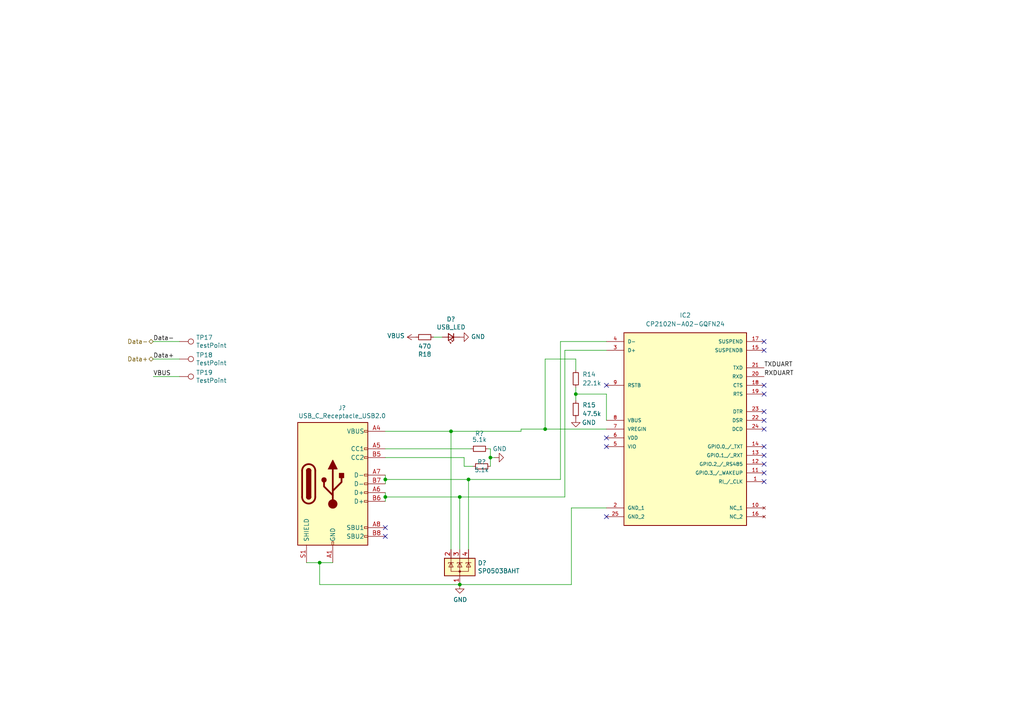
<source format=kicad_sch>
(kicad_sch (version 20211123) (generator eeschema)

  (uuid 922058ca-d09a-45fd-8394-05f3e2c1e03a)

  (paper "A4")

  (lib_symbols
    (symbol "Connector:TestPoint" (pin_numbers hide) (pin_names (offset 0.762) hide) (in_bom yes) (on_board yes)
      (property "Reference" "TP" (id 0) (at 0 6.858 0)
        (effects (font (size 1.27 1.27)))
      )
      (property "Value" "TestPoint" (id 1) (at 0 5.08 0)
        (effects (font (size 1.27 1.27)))
      )
      (property "Footprint" "" (id 2) (at 5.08 0 0)
        (effects (font (size 1.27 1.27)) hide)
      )
      (property "Datasheet" "~" (id 3) (at 5.08 0 0)
        (effects (font (size 1.27 1.27)) hide)
      )
      (property "ki_keywords" "test point tp" (id 4) (at 0 0 0)
        (effects (font (size 1.27 1.27)) hide)
      )
      (property "ki_description" "test point" (id 5) (at 0 0 0)
        (effects (font (size 1.27 1.27)) hide)
      )
      (property "ki_fp_filters" "Pin* Test*" (id 6) (at 0 0 0)
        (effects (font (size 1.27 1.27)) hide)
      )
      (symbol "TestPoint_0_1"
        (circle (center 0 3.302) (radius 0.762)
          (stroke (width 0) (type default) (color 0 0 0 0))
          (fill (type none))
        )
      )
      (symbol "TestPoint_1_1"
        (pin passive line (at 0 0 90) (length 2.54)
          (name "1" (effects (font (size 1.27 1.27))))
          (number "1" (effects (font (size 1.27 1.27))))
        )
      )
    )
    (symbol "Connector:USB_C_Receptacle_USB2.0" (pin_names (offset 1.016)) (in_bom yes) (on_board yes)
      (property "Reference" "J" (id 0) (at -10.16 19.05 0)
        (effects (font (size 1.27 1.27)) (justify left))
      )
      (property "Value" "USB_C_Receptacle_USB2.0" (id 1) (at 19.05 19.05 0)
        (effects (font (size 1.27 1.27)) (justify right))
      )
      (property "Footprint" "" (id 2) (at 3.81 0 0)
        (effects (font (size 1.27 1.27)) hide)
      )
      (property "Datasheet" "https://www.usb.org/sites/default/files/documents/usb_type-c.zip" (id 3) (at 3.81 0 0)
        (effects (font (size 1.27 1.27)) hide)
      )
      (property "ki_keywords" "usb universal serial bus type-C USB2.0" (id 4) (at 0 0 0)
        (effects (font (size 1.27 1.27)) hide)
      )
      (property "ki_description" "USB 2.0-only Type-C Receptacle connector" (id 5) (at 0 0 0)
        (effects (font (size 1.27 1.27)) hide)
      )
      (property "ki_fp_filters" "USB*C*Receptacle*" (id 6) (at 0 0 0)
        (effects (font (size 1.27 1.27)) hide)
      )
      (symbol "USB_C_Receptacle_USB2.0_0_0"
        (rectangle (start -0.254 -17.78) (end 0.254 -16.764)
          (stroke (width 0) (type default) (color 0 0 0 0))
          (fill (type none))
        )
        (rectangle (start 10.16 -14.986) (end 9.144 -15.494)
          (stroke (width 0) (type default) (color 0 0 0 0))
          (fill (type none))
        )
        (rectangle (start 10.16 -12.446) (end 9.144 -12.954)
          (stroke (width 0) (type default) (color 0 0 0 0))
          (fill (type none))
        )
        (rectangle (start 10.16 -4.826) (end 9.144 -5.334)
          (stroke (width 0) (type default) (color 0 0 0 0))
          (fill (type none))
        )
        (rectangle (start 10.16 -2.286) (end 9.144 -2.794)
          (stroke (width 0) (type default) (color 0 0 0 0))
          (fill (type none))
        )
        (rectangle (start 10.16 0.254) (end 9.144 -0.254)
          (stroke (width 0) (type default) (color 0 0 0 0))
          (fill (type none))
        )
        (rectangle (start 10.16 2.794) (end 9.144 2.286)
          (stroke (width 0) (type default) (color 0 0 0 0))
          (fill (type none))
        )
        (rectangle (start 10.16 7.874) (end 9.144 7.366)
          (stroke (width 0) (type default) (color 0 0 0 0))
          (fill (type none))
        )
        (rectangle (start 10.16 10.414) (end 9.144 9.906)
          (stroke (width 0) (type default) (color 0 0 0 0))
          (fill (type none))
        )
        (rectangle (start 10.16 15.494) (end 9.144 14.986)
          (stroke (width 0) (type default) (color 0 0 0 0))
          (fill (type none))
        )
      )
      (symbol "USB_C_Receptacle_USB2.0_0_1"
        (rectangle (start -10.16 17.78) (end 10.16 -17.78)
          (stroke (width 0.254) (type default) (color 0 0 0 0))
          (fill (type background))
        )
        (arc (start -8.89 -3.81) (mid -6.985 -5.715) (end -5.08 -3.81)
          (stroke (width 0.508) (type default) (color 0 0 0 0))
          (fill (type none))
        )
        (arc (start -7.62 -3.81) (mid -6.985 -4.445) (end -6.35 -3.81)
          (stroke (width 0.254) (type default) (color 0 0 0 0))
          (fill (type none))
        )
        (arc (start -7.62 -3.81) (mid -6.985 -4.445) (end -6.35 -3.81)
          (stroke (width 0.254) (type default) (color 0 0 0 0))
          (fill (type outline))
        )
        (rectangle (start -7.62 -3.81) (end -6.35 3.81)
          (stroke (width 0.254) (type default) (color 0 0 0 0))
          (fill (type outline))
        )
        (arc (start -6.35 3.81) (mid -6.985 4.445) (end -7.62 3.81)
          (stroke (width 0.254) (type default) (color 0 0 0 0))
          (fill (type none))
        )
        (arc (start -6.35 3.81) (mid -6.985 4.445) (end -7.62 3.81)
          (stroke (width 0.254) (type default) (color 0 0 0 0))
          (fill (type outline))
        )
        (arc (start -5.08 3.81) (mid -6.985 5.715) (end -8.89 3.81)
          (stroke (width 0.508) (type default) (color 0 0 0 0))
          (fill (type none))
        )
        (circle (center -2.54 1.143) (radius 0.635)
          (stroke (width 0.254) (type default) (color 0 0 0 0))
          (fill (type outline))
        )
        (circle (center 0 -5.842) (radius 1.27)
          (stroke (width 0) (type default) (color 0 0 0 0))
          (fill (type outline))
        )
        (polyline
          (pts
            (xy -8.89 -3.81)
            (xy -8.89 3.81)
          )
          (stroke (width 0.508) (type default) (color 0 0 0 0))
          (fill (type none))
        )
        (polyline
          (pts
            (xy -5.08 3.81)
            (xy -5.08 -3.81)
          )
          (stroke (width 0.508) (type default) (color 0 0 0 0))
          (fill (type none))
        )
        (polyline
          (pts
            (xy 0 -5.842)
            (xy 0 4.318)
          )
          (stroke (width 0.508) (type default) (color 0 0 0 0))
          (fill (type none))
        )
        (polyline
          (pts
            (xy 0 -3.302)
            (xy -2.54 -0.762)
            (xy -2.54 0.508)
          )
          (stroke (width 0.508) (type default) (color 0 0 0 0))
          (fill (type none))
        )
        (polyline
          (pts
            (xy 0 -2.032)
            (xy 2.54 0.508)
            (xy 2.54 1.778)
          )
          (stroke (width 0.508) (type default) (color 0 0 0 0))
          (fill (type none))
        )
        (polyline
          (pts
            (xy -1.27 4.318)
            (xy 0 6.858)
            (xy 1.27 4.318)
            (xy -1.27 4.318)
          )
          (stroke (width 0.254) (type default) (color 0 0 0 0))
          (fill (type outline))
        )
        (rectangle (start 1.905 1.778) (end 3.175 3.048)
          (stroke (width 0.254) (type default) (color 0 0 0 0))
          (fill (type outline))
        )
      )
      (symbol "USB_C_Receptacle_USB2.0_1_1"
        (pin passive line (at 0 -22.86 90) (length 5.08)
          (name "GND" (effects (font (size 1.27 1.27))))
          (number "A1" (effects (font (size 1.27 1.27))))
        )
        (pin passive line (at 0 -22.86 90) (length 5.08) hide
          (name "GND" (effects (font (size 1.27 1.27))))
          (number "A12" (effects (font (size 1.27 1.27))))
        )
        (pin passive line (at 15.24 15.24 180) (length 5.08)
          (name "VBUS" (effects (font (size 1.27 1.27))))
          (number "A4" (effects (font (size 1.27 1.27))))
        )
        (pin bidirectional line (at 15.24 10.16 180) (length 5.08)
          (name "CC1" (effects (font (size 1.27 1.27))))
          (number "A5" (effects (font (size 1.27 1.27))))
        )
        (pin bidirectional line (at 15.24 -2.54 180) (length 5.08)
          (name "D+" (effects (font (size 1.27 1.27))))
          (number "A6" (effects (font (size 1.27 1.27))))
        )
        (pin bidirectional line (at 15.24 2.54 180) (length 5.08)
          (name "D-" (effects (font (size 1.27 1.27))))
          (number "A7" (effects (font (size 1.27 1.27))))
        )
        (pin bidirectional line (at 15.24 -12.7 180) (length 5.08)
          (name "SBU1" (effects (font (size 1.27 1.27))))
          (number "A8" (effects (font (size 1.27 1.27))))
        )
        (pin passive line (at 15.24 15.24 180) (length 5.08) hide
          (name "VBUS" (effects (font (size 1.27 1.27))))
          (number "A9" (effects (font (size 1.27 1.27))))
        )
        (pin passive line (at 0 -22.86 90) (length 5.08) hide
          (name "GND" (effects (font (size 1.27 1.27))))
          (number "B1" (effects (font (size 1.27 1.27))))
        )
        (pin passive line (at 0 -22.86 90) (length 5.08) hide
          (name "GND" (effects (font (size 1.27 1.27))))
          (number "B12" (effects (font (size 1.27 1.27))))
        )
        (pin passive line (at 15.24 15.24 180) (length 5.08) hide
          (name "VBUS" (effects (font (size 1.27 1.27))))
          (number "B4" (effects (font (size 1.27 1.27))))
        )
        (pin bidirectional line (at 15.24 7.62 180) (length 5.08)
          (name "CC2" (effects (font (size 1.27 1.27))))
          (number "B5" (effects (font (size 1.27 1.27))))
        )
        (pin bidirectional line (at 15.24 -5.08 180) (length 5.08)
          (name "D+" (effects (font (size 1.27 1.27))))
          (number "B6" (effects (font (size 1.27 1.27))))
        )
        (pin bidirectional line (at 15.24 0 180) (length 5.08)
          (name "D-" (effects (font (size 1.27 1.27))))
          (number "B7" (effects (font (size 1.27 1.27))))
        )
        (pin bidirectional line (at 15.24 -15.24 180) (length 5.08)
          (name "SBU2" (effects (font (size 1.27 1.27))))
          (number "B8" (effects (font (size 1.27 1.27))))
        )
        (pin passive line (at 15.24 15.24 180) (length 5.08) hide
          (name "VBUS" (effects (font (size 1.27 1.27))))
          (number "B9" (effects (font (size 1.27 1.27))))
        )
        (pin passive line (at -7.62 -22.86 90) (length 5.08)
          (name "SHIELD" (effects (font (size 1.27 1.27))))
          (number "S1" (effects (font (size 1.27 1.27))))
        )
      )
    )
    (symbol "Device:LED_Small" (pin_numbers hide) (pin_names (offset 0.254) hide) (in_bom yes) (on_board yes)
      (property "Reference" "D" (id 0) (at -1.27 3.175 0)
        (effects (font (size 1.27 1.27)) (justify left))
      )
      (property "Value" "LED_Small" (id 1) (at -4.445 -2.54 0)
        (effects (font (size 1.27 1.27)) (justify left))
      )
      (property "Footprint" "" (id 2) (at 0 0 90)
        (effects (font (size 1.27 1.27)) hide)
      )
      (property "Datasheet" "~" (id 3) (at 0 0 90)
        (effects (font (size 1.27 1.27)) hide)
      )
      (property "ki_keywords" "LED diode light-emitting-diode" (id 4) (at 0 0 0)
        (effects (font (size 1.27 1.27)) hide)
      )
      (property "ki_description" "Light emitting diode, small symbol" (id 5) (at 0 0 0)
        (effects (font (size 1.27 1.27)) hide)
      )
      (property "ki_fp_filters" "LED* LED_SMD:* LED_THT:*" (id 6) (at 0 0 0)
        (effects (font (size 1.27 1.27)) hide)
      )
      (symbol "LED_Small_0_1"
        (polyline
          (pts
            (xy -0.762 -1.016)
            (xy -0.762 1.016)
          )
          (stroke (width 0.254) (type default) (color 0 0 0 0))
          (fill (type none))
        )
        (polyline
          (pts
            (xy 1.016 0)
            (xy -0.762 0)
          )
          (stroke (width 0) (type default) (color 0 0 0 0))
          (fill (type none))
        )
        (polyline
          (pts
            (xy 0.762 -1.016)
            (xy -0.762 0)
            (xy 0.762 1.016)
            (xy 0.762 -1.016)
          )
          (stroke (width 0.254) (type default) (color 0 0 0 0))
          (fill (type none))
        )
        (polyline
          (pts
            (xy 0 0.762)
            (xy -0.508 1.27)
            (xy -0.254 1.27)
            (xy -0.508 1.27)
            (xy -0.508 1.016)
          )
          (stroke (width 0) (type default) (color 0 0 0 0))
          (fill (type none))
        )
        (polyline
          (pts
            (xy 0.508 1.27)
            (xy 0 1.778)
            (xy 0.254 1.778)
            (xy 0 1.778)
            (xy 0 1.524)
          )
          (stroke (width 0) (type default) (color 0 0 0 0))
          (fill (type none))
        )
      )
      (symbol "LED_Small_1_1"
        (pin passive line (at -2.54 0 0) (length 1.778)
          (name "K" (effects (font (size 1.27 1.27))))
          (number "1" (effects (font (size 1.27 1.27))))
        )
        (pin passive line (at 2.54 0 180) (length 1.778)
          (name "A" (effects (font (size 1.27 1.27))))
          (number "2" (effects (font (size 1.27 1.27))))
        )
      )
    )
    (symbol "Device:R_Small" (pin_numbers hide) (pin_names (offset 0.254) hide) (in_bom yes) (on_board yes)
      (property "Reference" "R" (id 0) (at 0.762 0.508 0)
        (effects (font (size 1.27 1.27)) (justify left))
      )
      (property "Value" "R_Small" (id 1) (at 0.762 -1.016 0)
        (effects (font (size 1.27 1.27)) (justify left))
      )
      (property "Footprint" "" (id 2) (at 0 0 0)
        (effects (font (size 1.27 1.27)) hide)
      )
      (property "Datasheet" "~" (id 3) (at 0 0 0)
        (effects (font (size 1.27 1.27)) hide)
      )
      (property "ki_keywords" "R resistor" (id 4) (at 0 0 0)
        (effects (font (size 1.27 1.27)) hide)
      )
      (property "ki_description" "Resistor, small symbol" (id 5) (at 0 0 0)
        (effects (font (size 1.27 1.27)) hide)
      )
      (property "ki_fp_filters" "R_*" (id 6) (at 0 0 0)
        (effects (font (size 1.27 1.27)) hide)
      )
      (symbol "R_Small_0_1"
        (rectangle (start -0.762 1.778) (end 0.762 -1.778)
          (stroke (width 0.2032) (type default) (color 0 0 0 0))
          (fill (type none))
        )
      )
      (symbol "R_Small_1_1"
        (pin passive line (at 0 2.54 270) (length 0.762)
          (name "~" (effects (font (size 1.27 1.27))))
          (number "1" (effects (font (size 1.27 1.27))))
        )
        (pin passive line (at 0 -2.54 90) (length 0.762)
          (name "~" (effects (font (size 1.27 1.27))))
          (number "2" (effects (font (size 1.27 1.27))))
        )
      )
    )
    (symbol "Power_Protection:SP0503BAHT" (pin_names hide) (in_bom yes) (on_board yes)
      (property "Reference" "D" (id 0) (at 5.715 2.54 0)
        (effects (font (size 1.27 1.27)) (justify left))
      )
      (property "Value" "SP0503BAHT" (id 1) (at 5.715 0.635 0)
        (effects (font (size 1.27 1.27)) (justify left))
      )
      (property "Footprint" "Package_TO_SOT_SMD:SOT-143" (id 2) (at 5.715 -1.27 0)
        (effects (font (size 1.27 1.27)) (justify left) hide)
      )
      (property "Datasheet" "http://www.littelfuse.com/~/media/files/littelfuse/technical%20resources/documents/data%20sheets/sp05xxba.pdf" (id 3) (at 3.175 3.175 0)
        (effects (font (size 1.27 1.27)) hide)
      )
      (property "ki_keywords" "usb esd protection suppression transient" (id 4) (at 0 0 0)
        (effects (font (size 1.27 1.27)) hide)
      )
      (property "ki_description" "TVS Diode Array, 5.5V Standoff, 3 Channels, SOT-143 package" (id 5) (at 0 0 0)
        (effects (font (size 1.27 1.27)) hide)
      )
      (property "ki_fp_filters" "SOT?143*" (id 6) (at 0 0 0)
        (effects (font (size 1.27 1.27)) hide)
      )
      (symbol "SP0503BAHT_0_0"
        (pin passive line (at 0 -5.08 90) (length 2.54)
          (name "A" (effects (font (size 1.27 1.27))))
          (number "1" (effects (font (size 1.27 1.27))))
        )
      )
      (symbol "SP0503BAHT_0_1"
        (rectangle (start -4.445 2.54) (end 4.445 -2.54)
          (stroke (width 0.254) (type default) (color 0 0 0 0))
          (fill (type background))
        )
        (circle (center 0 -1.27) (radius 0.254)
          (stroke (width 0) (type default) (color 0 0 0 0))
          (fill (type outline))
        )
        (polyline
          (pts
            (xy -2.54 2.54)
            (xy -2.54 1.27)
          )
          (stroke (width 0) (type default) (color 0 0 0 0))
          (fill (type none))
        )
        (polyline
          (pts
            (xy 0 -1.27)
            (xy 0 -2.54)
          )
          (stroke (width 0) (type default) (color 0 0 0 0))
          (fill (type none))
        )
        (polyline
          (pts
            (xy 0 -1.27)
            (xy 0 1.27)
          )
          (stroke (width 0) (type default) (color 0 0 0 0))
          (fill (type none))
        )
        (polyline
          (pts
            (xy 0 2.54)
            (xy 0 1.27)
          )
          (stroke (width 0) (type default) (color 0 0 0 0))
          (fill (type none))
        )
        (polyline
          (pts
            (xy 0.635 1.27)
            (xy 0.762 1.27)
          )
          (stroke (width 0) (type default) (color 0 0 0 0))
          (fill (type none))
        )
        (polyline
          (pts
            (xy 2.54 2.54)
            (xy 2.54 1.27)
          )
          (stroke (width 0) (type default) (color 0 0 0 0))
          (fill (type none))
        )
        (polyline
          (pts
            (xy 0.635 1.27)
            (xy -0.762 1.27)
            (xy -0.762 1.016)
          )
          (stroke (width 0) (type default) (color 0 0 0 0))
          (fill (type none))
        )
        (polyline
          (pts
            (xy -3.302 1.016)
            (xy -3.302 1.27)
            (xy -1.905 1.27)
            (xy -1.778 1.27)
          )
          (stroke (width 0) (type default) (color 0 0 0 0))
          (fill (type none))
        )
        (polyline
          (pts
            (xy -2.54 1.27)
            (xy -2.54 -1.27)
            (xy 2.54 -1.27)
            (xy 2.54 1.27)
          )
          (stroke (width 0) (type default) (color 0 0 0 0))
          (fill (type none))
        )
        (polyline
          (pts
            (xy -2.54 1.27)
            (xy -1.905 0)
            (xy -3.175 0)
            (xy -2.54 1.27)
          )
          (stroke (width 0) (type default) (color 0 0 0 0))
          (fill (type none))
        )
        (polyline
          (pts
            (xy 0.635 0)
            (xy -0.635 0)
            (xy 0 1.27)
            (xy 0.635 0)
          )
          (stroke (width 0) (type default) (color 0 0 0 0))
          (fill (type none))
        )
        (polyline
          (pts
            (xy 1.778 1.016)
            (xy 1.778 1.27)
            (xy 3.175 1.27)
            (xy 3.302 1.27)
          )
          (stroke (width 0) (type default) (color 0 0 0 0))
          (fill (type none))
        )
        (polyline
          (pts
            (xy 2.54 1.27)
            (xy 1.905 0)
            (xy 3.175 0)
            (xy 2.54 1.27)
          )
          (stroke (width 0) (type default) (color 0 0 0 0))
          (fill (type none))
        )
      )
      (symbol "SP0503BAHT_1_1"
        (pin passive line (at -2.54 5.08 270) (length 2.54)
          (name "K" (effects (font (size 1.27 1.27))))
          (number "2" (effects (font (size 1.27 1.27))))
        )
        (pin passive line (at 0 5.08 270) (length 2.54)
          (name "K" (effects (font (size 1.27 1.27))))
          (number "3" (effects (font (size 1.27 1.27))))
        )
        (pin passive line (at 2.54 5.08 270) (length 2.54)
          (name "K" (effects (font (size 1.27 1.27))))
          (number "4" (effects (font (size 1.27 1.27))))
        )
      )
    )
    (symbol "iclr:CP2102N-A02-GQFN24" (pin_names (offset 1.016)) (in_bom yes) (on_board yes)
      (property "Reference" "IC" (id 0) (at -16.51 30.48 0)
        (effects (font (size 1.27 1.27)) (justify left))
      )
      (property "Value" "CP2102N-A02-GQFN24" (id 1) (at -16.51 27.94 0)
        (effects (font (size 1.27 1.27)) (justify left))
      )
      (property "Footprint" "QFN50P400X400X80-25N" (id 2) (at 50.8 25.4 0)
        (effects (font (size 1.27 1.27)) (justify bottom) hide)
      )
      (property "Datasheet" "" (id 3) (at 48.26 2.54 0)
        (effects (font (size 1.27 1.27)) hide)
      )
      (property "MANUFACTURER_PART_NUMBER" "CP2102N-A02-GQFN24" (id 4) (at 48.26 15.24 0)
        (effects (font (size 1.27 1.27)) (justify bottom) hide)
      )
      (property "MANUFACTURER_NAME" "Silicon Labs" (id 5) (at 46.99 0 0)
        (effects (font (size 1.27 1.27)) (justify bottom) hide)
      )
      (property "MOUSER_PART_NUMBER" "634-CP2102NA02GQFN24" (id 6) (at 21.59 26.67 0)
        (effects (font (size 1.27 1.27)) (justify bottom) hide)
      )
      (property "ARROW_PART_NUMBER" "CP2102N-A02-GQFN24" (id 7) (at 53.34 6.35 0)
        (effects (font (size 1.27 1.27)) (justify bottom) hide)
      )
      (property "ARROW_PRICE-STOCK" "https://www.arrow.com/en/products/cp2102n-a02-gqfn24/silicon-labs" (id 8) (at -6.35 34.29 0)
        (effects (font (size 1.27 1.27)) (justify bottom) hide)
      )
      (property "HEIGHT" "0.8mm" (id 9) (at 48.26 2.54 0)
        (effects (font (size 1.27 1.27)) (justify bottom) hide)
      )
      (property "MOUSER_PRICE-STOCK" "https://www.mouser.co.uk/ProductDetail/Silicon-Labs/CP2102N-A02-GQFN24?qs=u16ybLDytRYKabtL%2FE7DZA%3D%3D" (id 10) (at 1.27 39.37 0)
        (effects (font (size 1.27 1.27)) (justify bottom) hide)
      )
      (property "DESCRIPTION" "USB Interface IC USB to UART bridge - QFN24" (id 11) (at 54.61 11.43 0)
        (effects (font (size 1.27 1.27)) (justify bottom) hide)
      )
      (symbol "CP2102N-A02-GQFN24_0_0"
        (rectangle (start -17.78 -30.48) (end 17.78 25.4)
          (stroke (width 0.254) (type default) (color 0 0 0 0))
          (fill (type background))
        )
        (pin bidirectional line (at 22.86 -17.78 180) (length 5.08)
          (name "RI_/_CLK" (effects (font (size 1.016 1.016))))
          (number "1" (effects (font (size 1.016 1.016))))
        )
        (pin no_connect line (at 22.86 -25.4 180) (length 5.08)
          (name "NC_1" (effects (font (size 1.016 1.016))))
          (number "10" (effects (font (size 1.016 1.016))))
        )
        (pin bidirectional line (at 22.86 -15.24 180) (length 5.08)
          (name "GPIO.3_/_WAKEUP" (effects (font (size 1.016 1.016))))
          (number "11" (effects (font (size 1.016 1.016))))
        )
        (pin bidirectional line (at 22.86 -12.7 180) (length 5.08)
          (name "GPIO.2_/_RS485" (effects (font (size 1.016 1.016))))
          (number "12" (effects (font (size 1.016 1.016))))
        )
        (pin bidirectional line (at 22.86 -10.16 180) (length 5.08)
          (name "GPIO.1_/_RXT" (effects (font (size 1.016 1.016))))
          (number "13" (effects (font (size 1.016 1.016))))
        )
        (pin bidirectional line (at 22.86 -7.62 180) (length 5.08)
          (name "GPIO.0_/_TXT" (effects (font (size 1.016 1.016))))
          (number "14" (effects (font (size 1.016 1.016))))
        )
        (pin output line (at 22.86 20.32 180) (length 5.08)
          (name "SUSPENDB" (effects (font (size 1.016 1.016))))
          (number "15" (effects (font (size 1.016 1.016))))
        )
        (pin no_connect line (at 22.86 -27.94 180) (length 5.08)
          (name "NC_2" (effects (font (size 1.016 1.016))))
          (number "16" (effects (font (size 1.016 1.016))))
        )
        (pin output line (at 22.86 22.86 180) (length 5.08)
          (name "SUSPEND" (effects (font (size 1.016 1.016))))
          (number "17" (effects (font (size 1.016 1.016))))
        )
        (pin bidirectional line (at 22.86 10.16 180) (length 5.08)
          (name "CTS" (effects (font (size 1.016 1.016))))
          (number "18" (effects (font (size 1.016 1.016))))
        )
        (pin output line (at 22.86 7.62 180) (length 5.08)
          (name "RTS" (effects (font (size 1.016 1.016))))
          (number "19" (effects (font (size 1.016 1.016))))
        )
        (pin power_in line (at -22.86 -25.4 0) (length 5.08)
          (name "GND_1" (effects (font (size 1.016 1.016))))
          (number "2" (effects (font (size 1.016 1.016))))
        )
        (pin input line (at 22.86 12.7 180) (length 5.08)
          (name "RXD" (effects (font (size 1.016 1.016))))
          (number "20" (effects (font (size 1.016 1.016))))
        )
        (pin output line (at 22.86 15.24 180) (length 5.08)
          (name "TXD" (effects (font (size 1.016 1.016))))
          (number "21" (effects (font (size 1.016 1.016))))
        )
        (pin bidirectional line (at 22.86 0 180) (length 5.08)
          (name "DSR" (effects (font (size 1.016 1.016))))
          (number "22" (effects (font (size 1.016 1.016))))
        )
        (pin bidirectional line (at 22.86 2.54 180) (length 5.08)
          (name "DTR" (effects (font (size 1.016 1.016))))
          (number "23" (effects (font (size 1.016 1.016))))
        )
        (pin bidirectional line (at 22.86 -2.54 180) (length 5.08)
          (name "DCD" (effects (font (size 1.016 1.016))))
          (number "24" (effects (font (size 1.016 1.016))))
        )
        (pin power_in line (at -22.86 -27.94 0) (length 5.08)
          (name "GND_2" (effects (font (size 1.016 1.016))))
          (number "25" (effects (font (size 1.016 1.016))))
        )
        (pin bidirectional line (at -22.86 20.32 0) (length 5.08)
          (name "D+" (effects (font (size 1.016 1.016))))
          (number "3" (effects (font (size 1.016 1.016))))
        )
        (pin bidirectional line (at -22.86 22.86 0) (length 5.08)
          (name "D-" (effects (font (size 1.016 1.016))))
          (number "4" (effects (font (size 1.016 1.016))))
        )
        (pin power_in line (at -22.86 -7.62 0) (length 5.08)
          (name "VIO" (effects (font (size 1.016 1.016))))
          (number "5" (effects (font (size 1.016 1.016))))
        )
        (pin power_in line (at -22.86 -5.08 0) (length 5.08)
          (name "VDD" (effects (font (size 1.016 1.016))))
          (number "6" (effects (font (size 1.016 1.016))))
        )
        (pin power_in line (at -22.86 -2.54 0) (length 5.08)
          (name "VREGIN" (effects (font (size 1.016 1.016))))
          (number "7" (effects (font (size 1.016 1.016))))
        )
        (pin power_in line (at -22.86 0 0) (length 5.08)
          (name "VBUS" (effects (font (size 1.016 1.016))))
          (number "8" (effects (font (size 1.016 1.016))))
        )
        (pin bidirectional line (at -22.86 10.16 0) (length 5.08)
          (name "RSTB" (effects (font (size 1.016 1.016))))
          (number "9" (effects (font (size 1.016 1.016))))
        )
      )
    )
    (symbol "power:GND" (power) (pin_names (offset 0)) (in_bom yes) (on_board yes)
      (property "Reference" "#PWR" (id 0) (at 0 -6.35 0)
        (effects (font (size 1.27 1.27)) hide)
      )
      (property "Value" "GND" (id 1) (at 0 -3.81 0)
        (effects (font (size 1.27 1.27)))
      )
      (property "Footprint" "" (id 2) (at 0 0 0)
        (effects (font (size 1.27 1.27)) hide)
      )
      (property "Datasheet" "" (id 3) (at 0 0 0)
        (effects (font (size 1.27 1.27)) hide)
      )
      (property "ki_keywords" "power-flag" (id 4) (at 0 0 0)
        (effects (font (size 1.27 1.27)) hide)
      )
      (property "ki_description" "Power symbol creates a global label with name \"GND\" , ground" (id 5) (at 0 0 0)
        (effects (font (size 1.27 1.27)) hide)
      )
      (symbol "GND_0_1"
        (polyline
          (pts
            (xy 0 0)
            (xy 0 -1.27)
            (xy 1.27 -1.27)
            (xy 0 -2.54)
            (xy -1.27 -1.27)
            (xy 0 -1.27)
          )
          (stroke (width 0) (type default) (color 0 0 0 0))
          (fill (type none))
        )
      )
      (symbol "GND_1_1"
        (pin power_in line (at 0 0 270) (length 0) hide
          (name "GND" (effects (font (size 1.27 1.27))))
          (number "1" (effects (font (size 1.27 1.27))))
        )
      )
    )
    (symbol "power:VBUS" (power) (pin_names (offset 0)) (in_bom yes) (on_board yes)
      (property "Reference" "#PWR" (id 0) (at 0 -3.81 0)
        (effects (font (size 1.27 1.27)) hide)
      )
      (property "Value" "VBUS" (id 1) (at 0 3.81 0)
        (effects (font (size 1.27 1.27)))
      )
      (property "Footprint" "" (id 2) (at 0 0 0)
        (effects (font (size 1.27 1.27)) hide)
      )
      (property "Datasheet" "" (id 3) (at 0 0 0)
        (effects (font (size 1.27 1.27)) hide)
      )
      (property "ki_keywords" "power-flag" (id 4) (at 0 0 0)
        (effects (font (size 1.27 1.27)) hide)
      )
      (property "ki_description" "Power symbol creates a global label with name \"VBUS\"" (id 5) (at 0 0 0)
        (effects (font (size 1.27 1.27)) hide)
      )
      (symbol "VBUS_0_1"
        (polyline
          (pts
            (xy -0.762 1.27)
            (xy 0 2.54)
          )
          (stroke (width 0) (type default) (color 0 0 0 0))
          (fill (type none))
        )
        (polyline
          (pts
            (xy 0 0)
            (xy 0 2.54)
          )
          (stroke (width 0) (type default) (color 0 0 0 0))
          (fill (type none))
        )
        (polyline
          (pts
            (xy 0 2.54)
            (xy 0.762 1.27)
          )
          (stroke (width 0) (type default) (color 0 0 0 0))
          (fill (type none))
        )
      )
      (symbol "VBUS_1_1"
        (pin power_in line (at 0 0 90) (length 0) hide
          (name "VBUS" (effects (font (size 1.27 1.27))))
          (number "1" (effects (font (size 1.27 1.27))))
        )
      )
    )
  )


  (junction (at 167.005 114.3) (diameter 0) (color 0 0 0 0)
    (uuid 0d5825c0-a3df-40fd-a3c2-5b7d09ca7f04)
  )
  (junction (at 92.71 163.195) (diameter 0) (color 0 0 0 0)
    (uuid 182e9c86-58b4-4016-942b-782cc9a7cdf6)
  )
  (junction (at 158.115 124.46) (diameter 0) (color 0 0 0 0)
    (uuid 197cbfe7-f52d-44c4-ad67-48b6328f5bfa)
  )
  (junction (at 130.81 125.095) (diameter 0) (color 0 0 0 0)
    (uuid 6e278e78-13e9-4e67-b1d2-eddcafe4f728)
  )
  (junction (at 133.35 144.145) (diameter 0) (color 0 0 0 0)
    (uuid 7f9b18f2-eee2-40c0-9968-8df210a6ab11)
  )
  (junction (at 111.76 144.145) (diameter 0) (color 0 0 0 0)
    (uuid 92a70b07-e079-480b-8d43-4373166a51ac)
  )
  (junction (at 135.89 139.065) (diameter 0) (color 0 0 0 0)
    (uuid bbd17238-8003-41f1-a1f2-5edfa394ba1f)
  )
  (junction (at 133.35 169.545) (diameter 0) (color 0 0 0 0)
    (uuid e31357ad-a8a2-429d-81e1-94a0c50b2daa)
  )
  (junction (at 111.76 139.065) (diameter 0) (color 0 0 0 0)
    (uuid e80abec8-0d7a-47da-9945-9c330eddedab)
  )
  (junction (at 142.24 132.715) (diameter 0) (color 0 0 0 0)
    (uuid fbf2a602-c116-4f8f-91f5-012cdff80e02)
  )

  (no_connect (at 175.895 111.76) (uuid 040c99fd-9ea2-477d-b254-388f13ef7679))
  (no_connect (at 221.615 132.08) (uuid 0f55ec4e-e261-42b7-8031-ae5c8c36adb8))
  (no_connect (at 221.615 124.46) (uuid 22c75d23-15d0-4a6e-ae85-df96cb16e983))
  (no_connect (at 221.615 114.3) (uuid 29d3b57e-1c61-49a7-b437-13ae0e8e95de))
  (no_connect (at 221.615 101.6) (uuid 3912ee5b-39bc-4594-a447-80f9c6e3f970))
  (no_connect (at 111.76 155.575) (uuid 45008225-f50f-4d6b-b508-6730a9408caf))
  (no_connect (at 175.895 127) (uuid 57ace4f8-2551-45d3-bf9e-2d4e9851722f))
  (no_connect (at 221.615 139.7) (uuid 58ccd2e0-4d0c-492d-9587-7b01febb27e7))
  (no_connect (at 221.615 111.76) (uuid 63f8eb85-14eb-4a47-8d31-b139bbcb2236))
  (no_connect (at 175.895 129.54) (uuid 68d97153-a616-4474-847e-106b518e8ad5))
  (no_connect (at 221.615 99.06) (uuid 75cec1b2-6387-43ba-9ae8-6a3e766eb2d2))
  (no_connect (at 221.615 119.38) (uuid 7cb742ae-c3ea-4a7f-92af-0fd005ae9a70))
  (no_connect (at 221.615 129.54) (uuid 978c1f22-400c-4c76-9ed8-ca101a65fc28))
  (no_connect (at 111.76 153.035) (uuid a544eb0a-75db-4baf-bf54-9ca21744343b))
  (no_connect (at 175.895 149.86) (uuid b2443be1-d4e7-46eb-8138-ae56de17d7f0))
  (no_connect (at 221.615 134.62) (uuid c79e1c8a-4a9b-41c5-bdd9-b6caab85d0ce))
  (no_connect (at 221.615 137.16) (uuid dfbdd96a-7bbc-4fb7-af79-201ae9214647))
  (no_connect (at 221.615 121.92) (uuid f90497a8-a664-4adb-a18a-97188251e41a))

  (wire (pts (xy 111.76 132.715) (xy 134.62 132.715))
    (stroke (width 0) (type default) (color 0 0 0 0))
    (uuid 003c2200-0632-4808-a662-8ddd5d30c768)
  )
  (wire (pts (xy 175.895 114.3) (xy 175.895 121.92))
    (stroke (width 0) (type default) (color 0 0 0 0))
    (uuid 00937e28-c5f2-41c1-9f62-6681e8903321)
  )
  (wire (pts (xy 92.71 163.195) (xy 92.71 169.545))
    (stroke (width 0) (type default) (color 0 0 0 0))
    (uuid 01aa82e7-4881-4975-b239-17c95d8e76f8)
  )
  (wire (pts (xy 92.71 163.195) (xy 96.52 163.195))
    (stroke (width 0) (type default) (color 0 0 0 0))
    (uuid 0c147b5a-8fe9-450b-9ce8-bab8bad892a2)
  )
  (wire (pts (xy 44.45 109.22) (xy 52.07 109.22))
    (stroke (width 0) (type default) (color 0 0 0 0))
    (uuid 0ce8d3ab-2662-4158-8a2a-18b782908fc5)
  )
  (wire (pts (xy 44.45 104.14) (xy 52.07 104.14))
    (stroke (width 0) (type default) (color 0 0 0 0))
    (uuid 0e8f7fc0-2ef2-4b90-9c15-8a3a601ee459)
  )
  (wire (pts (xy 167.005 112.395) (xy 167.005 114.3))
    (stroke (width 0) (type default) (color 0 0 0 0))
    (uuid 1adde30e-0440-4a5e-a8cc-351a478036b4)
  )
  (wire (pts (xy 134.62 132.715) (xy 134.62 135.255))
    (stroke (width 0) (type default) (color 0 0 0 0))
    (uuid 240e07e1-770b-4b27-894f-29fd601c924d)
  )
  (wire (pts (xy 128.27 97.79) (xy 125.73 97.79))
    (stroke (width 0) (type default) (color 0 0 0 0))
    (uuid 2e842263-c0ba-46fd-a760-6624d4c78278)
  )
  (wire (pts (xy 163.83 101.6) (xy 175.895 101.6))
    (stroke (width 0) (type default) (color 0 0 0 0))
    (uuid 38254b5e-1e58-43fd-9237-97f1de1dc019)
  )
  (wire (pts (xy 135.89 139.065) (xy 162.56 139.065))
    (stroke (width 0) (type default) (color 0 0 0 0))
    (uuid 3d186b96-f4c2-4ec5-8642-f566bb179141)
  )
  (wire (pts (xy 111.76 137.795) (xy 111.76 139.065))
    (stroke (width 0) (type default) (color 0 0 0 0))
    (uuid 40165eda-4ba6-4565-9bb4-b9df6dbb08da)
  )
  (wire (pts (xy 111.76 139.065) (xy 111.76 140.335))
    (stroke (width 0) (type default) (color 0 0 0 0))
    (uuid 55314c65-4f28-4b47-a44c-2b2230e88659)
  )
  (wire (pts (xy 151.13 124.46) (xy 158.115 124.46))
    (stroke (width 0) (type default) (color 0 0 0 0))
    (uuid 58feb80f-0820-4d4e-a48a-5905be95f917)
  )
  (wire (pts (xy 158.115 124.46) (xy 175.895 124.46))
    (stroke (width 0) (type default) (color 0 0 0 0))
    (uuid 63198c4e-3574-499e-b2b0-0118a737bfc0)
  )
  (wire (pts (xy 111.76 144.145) (xy 111.76 145.415))
    (stroke (width 0) (type default) (color 0 0 0 0))
    (uuid 78a90347-075d-4385-8c6b-7e8d949a3490)
  )
  (wire (pts (xy 167.005 104.14) (xy 167.005 107.315))
    (stroke (width 0) (type default) (color 0 0 0 0))
    (uuid 84431387-109e-49bc-8b5a-9cf93e457828)
  )
  (wire (pts (xy 158.115 104.14) (xy 167.005 104.14))
    (stroke (width 0) (type default) (color 0 0 0 0))
    (uuid 8a734ad3-4862-431e-a2b9-4bfc9dad26a4)
  )
  (wire (pts (xy 88.9 163.195) (xy 92.71 163.195))
    (stroke (width 0) (type default) (color 0 0 0 0))
    (uuid 8c6a821f-8e19-48f3-8f44-9b340f7689bc)
  )
  (wire (pts (xy 162.56 139.065) (xy 162.56 99.06))
    (stroke (width 0) (type default) (color 0 0 0 0))
    (uuid 8e8d6ccf-ad8d-4c4f-a9f7-077a2d4045b9)
  )
  (wire (pts (xy 141.605 130.175) (xy 142.24 130.175))
    (stroke (width 0) (type default) (color 0 0 0 0))
    (uuid 919647a1-568e-4cd5-85fc-e303a60d02d5)
  )
  (wire (pts (xy 133.35 169.545) (xy 165.735 169.545))
    (stroke (width 0) (type default) (color 0 0 0 0))
    (uuid 9592c6d9-68bb-429c-89d4-8a04886a9a8f)
  )
  (wire (pts (xy 130.81 125.095) (xy 130.81 159.385))
    (stroke (width 0) (type default) (color 0 0 0 0))
    (uuid 97d77070-7bca-43c2-91ff-138572572ecb)
  )
  (wire (pts (xy 135.89 139.065) (xy 135.89 159.385))
    (stroke (width 0) (type default) (color 0 0 0 0))
    (uuid 9dcc934a-a8ff-45bd-af5d-f4bdde29ee99)
  )
  (wire (pts (xy 92.71 169.545) (xy 133.35 169.545))
    (stroke (width 0) (type default) (color 0 0 0 0))
    (uuid a6291e07-ed65-462c-9c6d-132cfa14df7d)
  )
  (wire (pts (xy 158.115 124.46) (xy 158.115 104.14))
    (stroke (width 0) (type default) (color 0 0 0 0))
    (uuid afca29d3-8260-47ee-b22d-f0f4794103e5)
  )
  (wire (pts (xy 167.005 114.3) (xy 167.005 116.205))
    (stroke (width 0) (type default) (color 0 0 0 0))
    (uuid b697eed8-932f-458b-b9f4-49bdc6e6fd21)
  )
  (wire (pts (xy 111.76 130.175) (xy 136.525 130.175))
    (stroke (width 0) (type default) (color 0 0 0 0))
    (uuid b88717bd-086f-46cd-9d3f-0396009d0996)
  )
  (wire (pts (xy 167.005 114.3) (xy 175.895 114.3))
    (stroke (width 0) (type default) (color 0 0 0 0))
    (uuid bacb3c7f-f6af-457b-9af6-e85fb935774f)
  )
  (wire (pts (xy 130.81 125.095) (xy 151.13 125.095))
    (stroke (width 0) (type default) (color 0 0 0 0))
    (uuid bc65a293-8df6-4e24-8c33-9fd4cb9043d7)
  )
  (wire (pts (xy 165.735 169.545) (xy 165.735 147.32))
    (stroke (width 0) (type default) (color 0 0 0 0))
    (uuid be2c4683-06a1-4a20-be54-88e79e002183)
  )
  (wire (pts (xy 133.35 144.145) (xy 163.83 144.145))
    (stroke (width 0) (type default) (color 0 0 0 0))
    (uuid be5e20a2-a8c2-46f1-908a-407dc3f247af)
  )
  (wire (pts (xy 142.24 132.715) (xy 142.24 135.255))
    (stroke (width 0) (type default) (color 0 0 0 0))
    (uuid bfc0aadc-38cf-466e-a642-68fdc3138c78)
  )
  (wire (pts (xy 162.56 99.06) (xy 175.895 99.06))
    (stroke (width 0) (type default) (color 0 0 0 0))
    (uuid ca3caebe-1fed-4d37-84c2-f436f6839155)
  )
  (wire (pts (xy 163.83 144.145) (xy 163.83 101.6))
    (stroke (width 0) (type default) (color 0 0 0 0))
    (uuid d48384a2-d97f-4860-9ee0-24894d87052e)
  )
  (wire (pts (xy 142.24 132.715) (xy 143.51 132.715))
    (stroke (width 0) (type default) (color 0 0 0 0))
    (uuid d4a1d3c4-b315-4bec-9220-d12a9eab51e0)
  )
  (wire (pts (xy 111.76 142.875) (xy 111.76 144.145))
    (stroke (width 0) (type default) (color 0 0 0 0))
    (uuid d7269d2a-b8c0-422d-8f25-f79ea31bf75e)
  )
  (wire (pts (xy 111.76 139.065) (xy 135.89 139.065))
    (stroke (width 0) (type default) (color 0 0 0 0))
    (uuid d7758e0d-0d0b-43f2-ab87-b15a40a00537)
  )
  (wire (pts (xy 165.735 147.32) (xy 175.895 147.32))
    (stroke (width 0) (type default) (color 0 0 0 0))
    (uuid d9374e49-35ba-4ee1-974b-522a5d219ecb)
  )
  (wire (pts (xy 111.76 144.145) (xy 133.35 144.145))
    (stroke (width 0) (type default) (color 0 0 0 0))
    (uuid e22ee3a9-f41e-4aff-a326-4c2d66d0cd9b)
  )
  (wire (pts (xy 133.35 144.145) (xy 133.35 159.385))
    (stroke (width 0) (type default) (color 0 0 0 0))
    (uuid e3ab51e1-11bc-4e67-ae37-903ce057c8e6)
  )
  (wire (pts (xy 111.76 125.095) (xy 130.81 125.095))
    (stroke (width 0) (type default) (color 0 0 0 0))
    (uuid e4c68fc9-ecc9-40f4-bed1-49d3f87a2c84)
  )
  (wire (pts (xy 134.62 135.255) (xy 137.16 135.255))
    (stroke (width 0) (type default) (color 0 0 0 0))
    (uuid f2c93195-af12-4d3e-acdf-bdd0ff675c24)
  )
  (wire (pts (xy 142.24 130.175) (xy 142.24 132.715))
    (stroke (width 0) (type default) (color 0 0 0 0))
    (uuid f42cabad-a025-4589-8ffd-b2c98ca03117)
  )
  (wire (pts (xy 151.13 125.095) (xy 151.13 124.46))
    (stroke (width 0) (type default) (color 0 0 0 0))
    (uuid fb088db0-eb0a-4916-a2b6-db60fbca05a0)
  )
  (wire (pts (xy 44.45 99.06) (xy 52.07 99.06))
    (stroke (width 0) (type default) (color 0 0 0 0))
    (uuid feb26ecb-9193-46ea-a41b-d09305bf0a3e)
  )

  (label "TXDUART" (at 221.615 106.68 0)
    (effects (font (size 1.27 1.27)) (justify left bottom))
    (uuid 342a3170-c9c6-4662-bb57-10923edb28eb)
  )
  (label "Data+" (at 44.45 104.14 0)
    (effects (font (size 1.27 1.27)) (justify left bottom))
    (uuid 382ca670-6ae8-4de6-90f9-f241d1337171)
  )
  (label "Data-" (at 44.45 99.06 0)
    (effects (font (size 1.27 1.27)) (justify left bottom))
    (uuid 5cf2db29-f7ab-499a-9907-cdeba64bf0f3)
  )
  (label "VBUS" (at 44.45 109.22 0)
    (effects (font (size 1.27 1.27)) (justify left bottom))
    (uuid b0906e10-2fbc-4309-a8b4-6fc4cd1a5490)
  )
  (label "RXDUART" (at 221.615 109.22 0)
    (effects (font (size 1.27 1.27)) (justify left bottom))
    (uuid b43311a5-6364-47d7-a59b-c2709d765802)
  )

  (hierarchical_label "Data-" (shape bidirectional) (at 44.45 99.06 180)
    (effects (font (size 1.27 1.27)) (justify right))
    (uuid 5e57427e-6497-4e72-9cee-528ed39f40d0)
  )
  (hierarchical_label "Data+" (shape bidirectional) (at 44.45 104.14 180)
    (effects (font (size 1.27 1.27)) (justify right))
    (uuid be93e0c8-bb26-4a74-81a2-7764bd37cad9)
  )

  (symbol (lib_id "power:GND") (at 143.51 132.715 90) (unit 1)
    (in_bom yes) (on_board yes)
    (uuid 00000000-0000-0000-0000-000061988bf8)
    (property "Reference" "#PWR031" (id 0) (at 149.86 132.715 0)
      (effects (font (size 1.27 1.27)) hide)
    )
    (property "Value" "GND" (id 1) (at 142.875 130.175 90)
      (effects (font (size 1.27 1.27)) (justify right))
    )
    (property "Footprint" "" (id 2) (at 143.51 132.715 0)
      (effects (font (size 1.27 1.27)) hide)
    )
    (property "Datasheet" "" (id 3) (at 143.51 132.715 0)
      (effects (font (size 1.27 1.27)) hide)
    )
    (pin "1" (uuid 6802d67a-ee6e-45f4-b9c7-e19435a0f2f8))
  )

  (symbol (lib_id "Device:R_Small") (at 139.7 135.255 270) (unit 1)
    (in_bom yes) (on_board yes)
    (uuid 00000000-0000-0000-0000-000061988c01)
    (property "Reference" "R12" (id 0) (at 139.7 133.985 90))
    (property "Value" "5.1k" (id 1) (at 139.7 136.2964 90))
    (property "Footprint" "Resistor_SMD:R_0402_1005Metric" (id 2) (at 139.7 135.255 0)
      (effects (font (size 1.27 1.27)) hide)
    )
    (property "Datasheet" "~" (id 3) (at 139.7 135.255 0)
      (effects (font (size 1.27 1.27)) hide)
    )
    (pin "1" (uuid a195a069-0faa-4981-91ff-f988ecfdd77e))
    (pin "2" (uuid bff175d8-2e40-4e60-8883-cfa3ac53a5f9))
  )

  (symbol (lib_id "Device:R_Small") (at 139.065 130.175 90) (unit 1)
    (in_bom yes) (on_board yes)
    (uuid 00000000-0000-0000-0000-000061988c0e)
    (property "Reference" "R11" (id 0) (at 139.065 125.73 90))
    (property "Value" "5.1k" (id 1) (at 139.065 127.508 90))
    (property "Footprint" "Resistor_SMD:R_0402_1005Metric" (id 2) (at 139.065 130.175 0)
      (effects (font (size 1.27 1.27)) hide)
    )
    (property "Datasheet" "~" (id 3) (at 139.065 130.175 0)
      (effects (font (size 1.27 1.27)) hide)
    )
    (pin "1" (uuid bd5f556a-4125-4eb1-8fdd-d6ccdcc942e7))
    (pin "2" (uuid 03eee002-78af-410b-bdc3-31147203b477))
  )

  (symbol (lib_id "Connector:USB_C_Receptacle_USB2.0") (at 96.52 140.335 0) (unit 1)
    (in_bom yes) (on_board yes)
    (uuid 00000000-0000-0000-0000-000061988c49)
    (property "Reference" "J2" (id 0) (at 99.2378 118.3132 0))
    (property "Value" "USB_C_Receptacle_USB2.0" (id 1) (at 99.2378 120.6246 0))
    (property "Footprint" "Connector_USB:USB_C_Receptacle_GCT_USB4085" (id 2) (at 100.33 140.335 0)
      (effects (font (size 1.27 1.27)) hide)
    )
    (property "Datasheet" "https://www.usb.org/sites/default/files/documents/usb_type-c.zip" (id 3) (at 100.33 140.335 0)
      (effects (font (size 1.27 1.27)) hide)
    )
    (pin "A1" (uuid 5da18ec0-5cb2-4256-a93a-97116d94ad32))
    (pin "A12" (uuid df436811-5448-4d74-95f6-1097f73f4bc0))
    (pin "A4" (uuid fef18650-dd11-4c05-9f58-3ffa4be45c86))
    (pin "A5" (uuid 8a70f7a2-410c-49ef-b503-8b1e1540fd24))
    (pin "A6" (uuid 6b38a2cb-3ee6-43f1-b68d-89417f55e93d))
    (pin "A7" (uuid 179297eb-b0e7-45fd-a287-ed66c1d54369))
    (pin "A8" (uuid 86d2ee54-3450-4762-9b5e-6f00874208ab))
    (pin "A9" (uuid 3ee40b9e-0c79-4da3-aac2-6772b878c7a1))
    (pin "B1" (uuid b17b9371-c308-4294-bc83-2336571086d8))
    (pin "B12" (uuid 05dfa5dc-1e0b-48cf-837a-6693f652862f))
    (pin "B4" (uuid 8ab80e85-892c-44f2-9372-db31da5605c7))
    (pin "B5" (uuid 4212f135-7601-4f04-8373-864367f18283))
    (pin "B6" (uuid 719eeed5-1e5a-4fe3-9e3b-cc0ac3ff134d))
    (pin "B7" (uuid e412952a-b3b1-4627-a2a7-eda652f1cf2f))
    (pin "B8" (uuid 101f6627-744c-4d06-a231-befd35fdcec4))
    (pin "B9" (uuid eb352eb8-26ef-4370-9852-1313b28e524f))
    (pin "S1" (uuid 7b836b8f-e2f7-4a02-aaea-5f5f23bb6c5e))
  )

  (symbol (lib_id "power:GND") (at 133.35 169.545 0) (unit 1)
    (in_bom yes) (on_board yes)
    (uuid 00000000-0000-0000-0000-000061988c86)
    (property "Reference" "#PWR032" (id 0) (at 133.35 175.895 0)
      (effects (font (size 1.27 1.27)) hide)
    )
    (property "Value" "GND" (id 1) (at 133.477 173.9392 0))
    (property "Footprint" "" (id 2) (at 133.35 169.545 0)
      (effects (font (size 1.27 1.27)) hide)
    )
    (property "Datasheet" "" (id 3) (at 133.35 169.545 0)
      (effects (font (size 1.27 1.27)) hide)
    )
    (pin "1" (uuid 5adfa564-011e-4a12-8859-deffc2a0e089))
  )

  (symbol (lib_id "Power_Protection:SP0503BAHT") (at 133.35 164.465 0) (unit 1)
    (in_bom yes) (on_board yes)
    (uuid 00000000-0000-0000-0000-000061988c8c)
    (property "Reference" "D2" (id 0) (at 138.557 163.2966 0)
      (effects (font (size 1.27 1.27)) (justify left))
    )
    (property "Value" "SP0503BAHT" (id 1) (at 138.557 165.608 0)
      (effects (font (size 1.27 1.27)) (justify left))
    )
    (property "Footprint" "Package_TO_SOT_SMD:SOT-143" (id 2) (at 139.065 165.735 0)
      (effects (font (size 1.27 1.27)) (justify left) hide)
    )
    (property "Datasheet" "http://www.littelfuse.com/~/media/files/littelfuse/technical%20resources/documents/data%20sheets/sp05xxba.pdf" (id 3) (at 136.525 161.29 0)
      (effects (font (size 1.27 1.27)) hide)
    )
    (pin "1" (uuid b16ad922-69c7-4388-ba9b-9ae496370662))
    (pin "2" (uuid ea715aef-f1f5-4c34-b781-7c4bc7bf5f7a))
    (pin "3" (uuid 7af148fc-3a03-4951-af30-8468348243a1))
    (pin "4" (uuid e99c92ed-a3d1-4b5e-9be9-ad8c1c3e2068))
  )

  (symbol (lib_id "Connector:TestPoint") (at 52.07 99.06 270) (unit 1)
    (in_bom yes) (on_board yes)
    (uuid 00000000-0000-0000-0000-000061ab7cb8)
    (property "Reference" "TP1" (id 0) (at 56.8452 97.8916 90)
      (effects (font (size 1.27 1.27)) (justify left))
    )
    (property "Value" "TestPoint" (id 1) (at 56.8452 100.203 90)
      (effects (font (size 1.27 1.27)) (justify left))
    )
    (property "Footprint" "TestPoint:TestPoint_Pad_D1.0mm" (id 2) (at 52.07 104.14 0)
      (effects (font (size 1.27 1.27)) hide)
    )
    (property "Datasheet" "~" (id 3) (at 52.07 104.14 0)
      (effects (font (size 1.27 1.27)) hide)
    )
    (pin "1" (uuid 7d1b7618-f8de-4b3d-aa8b-046586bd73a9))
  )

  (symbol (lib_id "Connector:TestPoint") (at 52.07 104.14 270) (unit 1)
    (in_bom yes) (on_board yes)
    (uuid 00000000-0000-0000-0000-000061ab87f3)
    (property "Reference" "TP2" (id 0) (at 56.8452 102.9716 90)
      (effects (font (size 1.27 1.27)) (justify left))
    )
    (property "Value" "TestPoint" (id 1) (at 56.8452 105.283 90)
      (effects (font (size 1.27 1.27)) (justify left))
    )
    (property "Footprint" "TestPoint:TestPoint_Pad_D1.0mm" (id 2) (at 52.07 109.22 0)
      (effects (font (size 1.27 1.27)) hide)
    )
    (property "Datasheet" "~" (id 3) (at 52.07 109.22 0)
      (effects (font (size 1.27 1.27)) hide)
    )
    (pin "1" (uuid 0822c170-c52f-4a24-9f2e-dc0082caf2a3))
  )

  (symbol (lib_id "Connector:TestPoint") (at 52.07 109.22 270) (unit 1)
    (in_bom yes) (on_board yes)
    (uuid 00000000-0000-0000-0000-000061ab9568)
    (property "Reference" "TP3" (id 0) (at 56.8452 108.0516 90)
      (effects (font (size 1.27 1.27)) (justify left))
    )
    (property "Value" "TestPoint" (id 1) (at 56.8452 110.363 90)
      (effects (font (size 1.27 1.27)) (justify left))
    )
    (property "Footprint" "TestPoint:TestPoint_Pad_D1.0mm" (id 2) (at 52.07 114.3 0)
      (effects (font (size 1.27 1.27)) hide)
    )
    (property "Datasheet" "~" (id 3) (at 52.07 114.3 0)
      (effects (font (size 1.27 1.27)) hide)
    )
    (pin "1" (uuid 08911a09-4c52-4bc8-9a9a-ff564ff87689))
  )

  (symbol (lib_id "Device:LED_Small") (at 130.81 97.79 180) (unit 1)
    (in_bom yes) (on_board yes)
    (uuid 00000000-0000-0000-0000-000061b104ea)
    (property "Reference" "USBLED1" (id 0) (at 130.81 92.583 0))
    (property "Value" "USB_LED" (id 1) (at 130.81 94.8944 0))
    (property "Footprint" "Resistor_SMD:R_0402_1005Metric" (id 2) (at 130.81 97.79 90)
      (effects (font (size 1.27 1.27)) hide)
    )
    (property "Datasheet" "~" (id 3) (at 130.81 97.79 90)
      (effects (font (size 1.27 1.27)) hide)
    )
    (pin "1" (uuid 20ca0658-c4e7-42ce-914a-2110088b99b1))
    (pin "2" (uuid cfddbd95-bad4-4676-b489-0166e48bd76e))
  )

  (symbol (lib_id "Device:R_Small") (at 123.19 97.79 90) (unit 1)
    (in_bom yes) (on_board yes)
    (uuid 00000000-0000-0000-0000-000061b104f0)
    (property "Reference" "R13" (id 0) (at 123.19 102.7684 90))
    (property "Value" "470" (id 1) (at 123.19 100.457 90))
    (property "Footprint" "Resistor_SMD:R_0402_1005Metric" (id 2) (at 123.19 97.79 0)
      (effects (font (size 1.27 1.27)) hide)
    )
    (property "Datasheet" "~" (id 3) (at 123.19 97.79 0)
      (effects (font (size 1.27 1.27)) hide)
    )
    (pin "1" (uuid 169e505d-4353-45cb-ac09-71767071f6da))
    (pin "2" (uuid 658fe9ab-a4e5-4dbe-b15c-2b71b08637ef))
  )

  (symbol (lib_id "power:GND") (at 133.35 97.79 90) (unit 1)
    (in_bom yes) (on_board yes)
    (uuid 00000000-0000-0000-0000-000061b11f2f)
    (property "Reference" "#PWR034" (id 0) (at 139.7 97.79 0)
      (effects (font (size 1.27 1.27)) hide)
    )
    (property "Value" "GND" (id 1) (at 136.6012 97.663 90)
      (effects (font (size 1.27 1.27)) (justify right))
    )
    (property "Footprint" "" (id 2) (at 133.35 97.79 0)
      (effects (font (size 1.27 1.27)) hide)
    )
    (property "Datasheet" "" (id 3) (at 133.35 97.79 0)
      (effects (font (size 1.27 1.27)) hide)
    )
    (pin "1" (uuid 7d7486ae-aeaa-4bbe-ab12-2142f8812c98))
  )

  (symbol (lib_id "power:VBUS") (at 120.65 97.79 90) (unit 1)
    (in_bom yes) (on_board yes)
    (uuid 00000000-0000-0000-0000-000061b168a6)
    (property "Reference" "#PWR033" (id 0) (at 124.46 97.79 0)
      (effects (font (size 1.27 1.27)) hide)
    )
    (property "Value" "VBUS" (id 1) (at 117.3988 97.409 90)
      (effects (font (size 1.27 1.27)) (justify left))
    )
    (property "Footprint" "" (id 2) (at 120.65 97.79 0)
      (effects (font (size 1.27 1.27)) hide)
    )
    (property "Datasheet" "" (id 3) (at 120.65 97.79 0)
      (effects (font (size 1.27 1.27)) hide)
    )
    (pin "1" (uuid af236b67-2378-48e2-b559-027c97a398ae))
  )

  (symbol (lib_id "power:GND") (at 167.005 121.285 0) (unit 1)
    (in_bom yes) (on_board yes)
    (uuid 26b72972-93b7-4c67-ab39-c02c7a7c5308)
    (property "Reference" "#PWR0103" (id 0) (at 167.005 127.635 0)
      (effects (font (size 1.27 1.27)) hide)
    )
    (property "Value" "GND" (id 1) (at 170.815 122.555 0))
    (property "Footprint" "" (id 2) (at 167.005 121.285 0)
      (effects (font (size 1.27 1.27)) hide)
    )
    (property "Datasheet" "" (id 3) (at 167.005 121.285 0)
      (effects (font (size 1.27 1.27)) hide)
    )
    (pin "1" (uuid c27e8af4-2b87-4425-80a3-bb0c0d2de96e))
  )

  (symbol (lib_id "Device:R_Small") (at 167.005 118.745 0) (unit 1)
    (in_bom yes) (on_board yes) (fields_autoplaced)
    (uuid 3a41a30d-2453-4f26-8c8a-30c04d273296)
    (property "Reference" "R15" (id 0) (at 168.91 117.4749 0)
      (effects (font (size 1.27 1.27)) (justify left))
    )
    (property "Value" "47.5k" (id 1) (at 168.91 120.0149 0)
      (effects (font (size 1.27 1.27)) (justify left))
    )
    (property "Footprint" "Resistor_SMD:R_0402_1005Metric" (id 2) (at 167.005 118.745 0)
      (effects (font (size 1.27 1.27)) hide)
    )
    (property "Datasheet" "~" (id 3) (at 167.005 118.745 0)
      (effects (font (size 1.27 1.27)) hide)
    )
    (pin "1" (uuid 1196b62c-86b2-4b1c-b3cb-89c288c36566))
    (pin "2" (uuid 946fb264-6b7a-4820-9f08-5d58b5ab6d96))
  )

  (symbol (lib_id "iclr:CP2102N-A02-GQFN24") (at 198.755 121.92 0) (unit 1)
    (in_bom yes) (on_board yes) (fields_autoplaced)
    (uuid a4e76f92-a9ca-4351-ac64-837bc90a1b0b)
    (property "Reference" "IC2" (id 0) (at 198.755 91.44 0))
    (property "Value" "CP2102N-A02-GQFN24" (id 1) (at 198.755 93.98 0))
    (property "Footprint" "" (id 2) (at 249.555 96.52 0)
      (effects (font (size 1.27 1.27)) (justify bottom) hide)
    )
    (property "Datasheet" "" (id 3) (at 247.015 119.38 0)
      (effects (font (size 1.27 1.27)) hide)
    )
    (property "MANUFACTURER_PART_NUMBER" "CP2102N-A02-GQFN24" (id 4) (at 247.015 106.68 0)
      (effects (font (size 1.27 1.27)) (justify bottom) hide)
    )
    (property "MANUFACTURER_NAME" "Silicon Labs" (id 5) (at 245.745 121.92 0)
      (effects (font (size 1.27 1.27)) (justify bottom) hide)
    )
    (property "MOUSER_PART_NUMBER" "634-CP2102NA02GQFN24" (id 6) (at 220.345 95.25 0)
      (effects (font (size 1.27 1.27)) (justify bottom) hide)
    )
    (property "ARROW_PART_NUMBER" "CP2102N-A02-GQFN24" (id 7) (at 252.095 115.57 0)
      (effects (font (size 1.27 1.27)) (justify bottom) hide)
    )
    (property "ARROW_PRICE-STOCK" "https://www.arrow.com/en/products/cp2102n-a02-gqfn24/silicon-labs" (id 8) (at 192.405 87.63 0)
      (effects (font (size 1.27 1.27)) (justify bottom) hide)
    )
    (property "HEIGHT" "0.8mm" (id 9) (at 247.015 119.38 0)
      (effects (font (size 1.27 1.27)) (justify bottom) hide)
    )
    (property "MOUSER_PRICE-STOCK" "https://www.mouser.co.uk/ProductDetail/Silicon-Labs/CP2102N-A02-GQFN24?qs=u16ybLDytRYKabtL%2FE7DZA%3D%3D" (id 10) (at 200.025 82.55 0)
      (effects (font (size 1.27 1.27)) (justify bottom) hide)
    )
    (property "DESCRIPTION" "USB Interface IC USB to UART bridge - QFN24" (id 11) (at 253.365 110.49 0)
      (effects (font (size 1.27 1.27)) (justify bottom) hide)
    )
    (pin "1" (uuid 36865623-65a7-4fd7-aa30-77a81da22dd7))
    (pin "10" (uuid fba382e3-06d5-489e-b8f2-7b1adb7f162b))
    (pin "11" (uuid ec2e7403-fa05-4fec-9709-ffc43ec712b3))
    (pin "12" (uuid b95c577e-37d5-4cb7-9c95-8bb65020ab96))
    (pin "13" (uuid a9d12a50-c34e-4be4-be73-88c45240bfe1))
    (pin "14" (uuid 4c3a7624-c828-453c-81ce-da26343ffe4d))
    (pin "15" (uuid 2dc8900d-fdae-4313-919b-327ccafaac62))
    (pin "16" (uuid d44b4185-c6b4-4879-b339-fea22ffe4b39))
    (pin "17" (uuid 36c0b936-1d58-4259-9958-7e300f112432))
    (pin "18" (uuid d1ad9a70-8b8a-4572-a714-b1c6ddf6e2fd))
    (pin "19" (uuid 26b2246b-eedc-4a57-a9e5-df70fc462e68))
    (pin "2" (uuid 4b647ae3-9358-470b-b20f-205bfd0b025f))
    (pin "20" (uuid 5540d9fb-57e4-4c99-8e98-31b7b4d7bbc5))
    (pin "21" (uuid 960a108c-4e89-4965-a4f8-21a9b78028a7))
    (pin "22" (uuid 46739fe4-043d-4f54-a090-7a06ca66b9f1))
    (pin "23" (uuid 07e26263-67e8-479e-8ed4-6f241534843c))
    (pin "24" (uuid 29aed1c8-766e-4069-b5c5-501069324ba0))
    (pin "25" (uuid b9491fd5-136f-461a-9e35-9d26944cfaaf))
    (pin "3" (uuid ab36e05b-2012-4d01-893b-3a96b2393942))
    (pin "4" (uuid 719412e0-c1a4-4594-924a-7704df55e584))
    (pin "5" (uuid 715a61d4-fdc8-48cf-955b-4533d5a4f658))
    (pin "6" (uuid 598c455e-85f2-4f46-ae4a-5147fa28769d))
    (pin "7" (uuid de302fb0-00db-4ca3-93e3-1112a19ef46c))
    (pin "8" (uuid ead9f5b0-088c-47a8-8dd4-a62d5f2e2b28))
    (pin "9" (uuid c605bcdd-58e2-4d32-8e72-cccace40c363))
  )

  (symbol (lib_id "Device:R_Small") (at 167.005 109.855 0) (unit 1)
    (in_bom yes) (on_board yes) (fields_autoplaced)
    (uuid d8c74fac-d98b-4996-aef5-ef459d4a60df)
    (property "Reference" "R14" (id 0) (at 168.91 108.5849 0)
      (effects (font (size 1.27 1.27)) (justify left))
    )
    (property "Value" "22.1k" (id 1) (at 168.91 111.1249 0)
      (effects (font (size 1.27 1.27)) (justify left))
    )
    (property "Footprint" "Resistor_SMD:R_0402_1005Metric" (id 2) (at 167.005 109.855 0)
      (effects (font (size 1.27 1.27)) hide)
    )
    (property "Datasheet" "~" (id 3) (at 167.005 109.855 0)
      (effects (font (size 1.27 1.27)) hide)
    )
    (pin "1" (uuid d41da23a-07d1-45ce-8aac-ce5f7d689609))
    (pin "2" (uuid 4386121c-851c-4ab2-b9ec-fc028fa04253))
  )

  (sheet_instances
    (path "/" (page "1"))
  )

  (symbol_instances
    (path "/00000000-0000-0000-0000-0000619952da"
      (reference "#PWR0122") (unit 1) (value "GND") (footprint "")
    )
    (path "/00000000-0000-0000-0000-000061996cda"
      (reference "#PWR0123") (unit 1) (value "VBUS") (footprint "")
    )
    (path "/00000000-0000-0000-0000-000061a236c4"
      (reference "#PWR0124") (unit 1) (value "VBUS") (footprint "")
    )
    (path "/00000000-0000-0000-0000-000061a3a0e4"
      (reference "#PWR0125") (unit 1) (value "GND") (footprint "")
    )
    (path "/00000000-0000-0000-0000-000061a46d5f"
      (reference "#PWR0126") (unit 1) (value "VBUS") (footprint "")
    )
    (path "/00000000-0000-0000-0000-000061b168a6"
      (reference "#PWR0129") (unit 1) (value "VBUS") (footprint "")
    )
    (path "/00000000-0000-0000-0000-000061988bf8"
      (reference "#PWR?") (unit 1) (value "GND") (footprint "")
    )
    (path "/00000000-0000-0000-0000-000061988c18"
      (reference "#PWR?") (unit 1) (value "GND") (footprint "")
    )
    (path "/00000000-0000-0000-0000-000061988c86"
      (reference "#PWR?") (unit 1) (value "GND") (footprint "")
    )
    (path "/00000000-0000-0000-0000-000061a9124d"
      (reference "#PWR?") (unit 1) (value "+3.3V") (footprint "")
    )
    (path "/00000000-0000-0000-0000-000061b11f2f"
      (reference "#PWR?") (unit 1) (value "GND") (footprint "")
    )
    (path "/00000000-0000-0000-0000-000061aa4224"
      (reference "C7") (unit 1) (value "4.7uF") (footprint "Capacitor_SMD:CP_Elec_3x5.3")
    )
    (path "/00000000-0000-0000-0000-000061a28787"
      (reference "C8") (unit 1) (value "1.0uF") (footprint "Capacitor_SMD:C_0603_1608Metric")
    )
    (path "/00000000-0000-0000-0000-000061aa33a7"
      (reference "C9") (unit 1) (value "0.1uF") (footprint "Capacitor_SMD:C_0603_1608Metric")
    )
    (path "/00000000-0000-0000-0000-000061a2a124"
      (reference "C10") (unit 1) (value "0.1uF") (footprint "Capacitor_SMD:C_0603_1608Metric")
    )
    (path "/00000000-0000-0000-0000-000061e1c0d8"
      (reference "D10") (unit 1) (value "D_Small") (footprint "Diode_SMD:D_0805_2012Metric_Castellated")
    )
    (path "/00000000-0000-0000-0000-000061988c8c"
      (reference "D?") (unit 1) (value "SP0503BAHT") (footprint "Package_TO_SOT_SMD:SOT-143")
    )
    (path "/00000000-0000-0000-0000-000061b104ea"
      (reference "D?") (unit 1) (value "USB_LED") (footprint "LED_SMD:LED_0603_1608Metric_Castellated")
    )
    (path "/00000000-0000-0000-0000-000061988c49"
      (reference "J?") (unit 1) (value "USB_C_Receptacle_USB2.0") (footprint "Connector_USB:USB_C_Receptacle_GCT_USB4085")
    )
    (path "/00000000-0000-0000-0000-000061a58884"
      (reference "R17") (unit 1) (value "4.7k") (footprint "Resistor_SMD:R_0603_1608Metric")
    )
    (path "/00000000-0000-0000-0000-000061b104f0"
      (reference "R18") (unit 1) (value "470") (footprint "Resistor_SMD:R_0603_1608Metric")
    )
    (path "/00000000-0000-0000-0000-000061988c01"
      (reference "R?") (unit 1) (value "5.1k") (footprint "Resistor_SMD:R_0603_1608Metric")
    )
    (path "/00000000-0000-0000-0000-000061988c0e"
      (reference "R?") (unit 1) (value "5.1k") (footprint "Resistor_SMD:R_0603_1608Metric")
    )
    (path "/00000000-0000-0000-0000-000061ab7cb8"
      (reference "TP17") (unit 1) (value "TestPoint") (footprint "TestPoint:TestPoint_THTPad_1.0x1.0mm_Drill0.5mm")
    )
    (path "/00000000-0000-0000-0000-000061ab87f3"
      (reference "TP18") (unit 1) (value "TestPoint") (footprint "TestPoint:TestPoint_THTPad_1.0x1.0mm_Drill0.5mm")
    )
    (path "/00000000-0000-0000-0000-000061ab9568"
      (reference "TP19") (unit 1) (value "TestPoint") (footprint "TestPoint:TestPoint_THTPad_1.0x1.0mm_Drill0.5mm")
    )
    (path "/00000000-0000-0000-0000-00006198efbf"
      (reference "U3") (unit 1) (value "INTERFACE-CP2102-GMR(QFN28)") (footprint "iclr:QFN28G_0.5-5X5MM")
    )
  )
)

</source>
